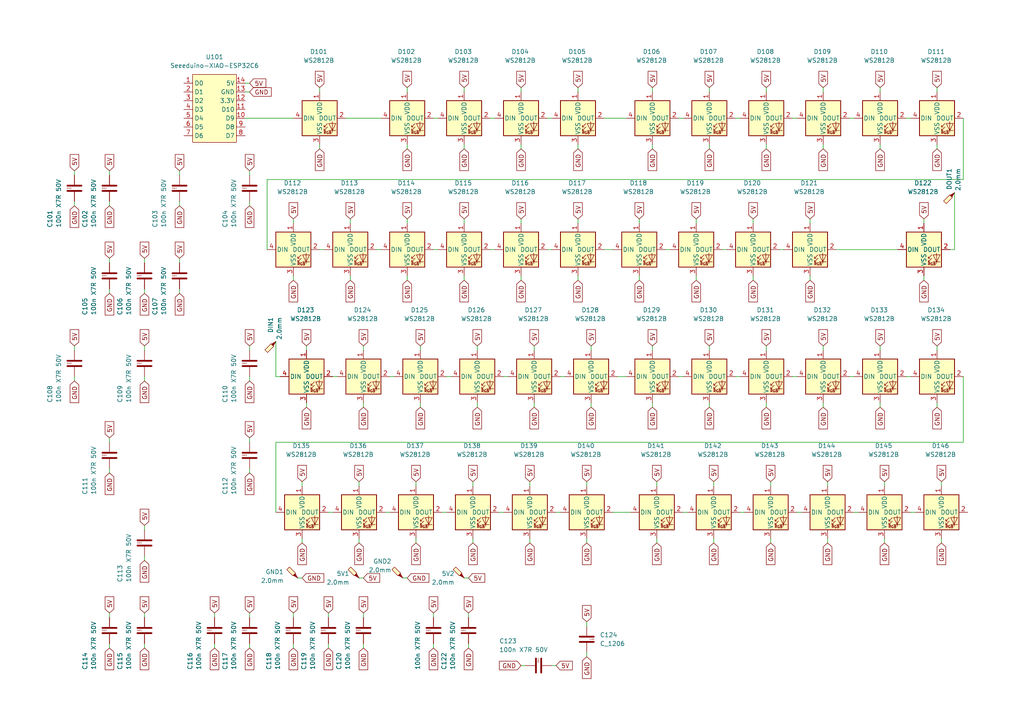
<source format=kicad_sch>
(kicad_sch (version 20231120) (generator "eeschema") (generator_version "8.0")
  (paper "A4")
  (lib_symbols
    (symbol "0_lpt_misc:TestPad_2.0mm" (pin_numbers hide) (pin_names (offset 0.762) hide) (in_bom no)
      (property "Reference" "TP" (at 1.651 5.842 0))
      (property "Value" "2.0mm" (at 1.651 4.064 0))
      (symbol "TestPad_2.0mm_1_1"
        (pin passive line (at 0 0 90) (length 0) (name "1") (number "1"))
      )
    )
    (symbol "0_lpt_module:Seeeduino-XIAO-ESP32-C6"
      (property "Reference" "U" (at 0 11.43 0))
      (property "Value" "Seeeduino-XIAO-ESP32C6" (at 0 -11.43 0))
      (symbol "Seeeduino-XIAO-ESP32-C6_1_1"
        (pin bidirectional line (at -8.89 7.62 0) (length 2.54) (name "D0") (number "1"))
        (pin bidirectional line (at 8.89 -2.54 180) (length 2.54) (name "D9") (number "10"))
        (pin bidirectional line (at 8.89 0 180) (length 2.54) (name "D10") (number "11"))
        (pin power_out line (at 8.89 2.54 180) (length 2.54) (name "3.3V") (number "12"))
        (pin power_in line (at 8.89 5.08 180) (length 2.54) (name "GND") (number "13"))
        (pin power_in line (at 8.89 7.62 180) (length 2.54) (name "5V") (number "14"))
        (pin bidirectional line (at -8.89 5.08 0) (length 2.54) (name "D1") (number "2"))
        (pin bidirectional line (at -8.89 2.54 0) (length 2.54) (name "D2") (number "3"))
        (pin bidirectional line (at -8.89 0 0) (length 2.54) (name "D3") (number "4"))
        (pin bidirectional line (at -8.89 -2.54 0) (length 2.54) (name "D4") (number "5"))
        (pin bidirectional line (at -8.89 -5.08 0) (length 2.54) (name "D5") (number "6"))
        (pin bidirectional line (at -8.89 -7.62 0) (length 2.54) (name "D6") (number "7"))
        (pin bidirectional line (at 8.89 -7.62 180) (length 2.54) (name "D7") (number "8"))
        (pin bidirectional line (at 8.89 -5.08 180) (length 2.54) (name "D8") (number "9"))
      )
    )
    (symbol "0_lpt_rcl:C_0603_100n_X7R_50V" (pin_numbers hide) (pin_names (offset 0.254))
      (property "Reference" "C" (at 0.635 2.54 0))
      (property "Value" "100n X7R 50V" (at 0.635 -2.54 0))
      (symbol "C_0603_100n_X7R_50V_1_1"
        (text "0603" (at 1.4732 0 0) (effects (font (size 0.4 0.4))))
        (pin passive line (at 0 3.81 270) (length 2.794) (name "~") (number "1"))
        (pin passive line (at 0 -3.81 90) (length 2.794) (name "~") (number "2"))
      )
    )
    (symbol "0_lpt_rcl:C_1206" (pin_numbers hide) (pin_names (offset 0.254))
      (property "Reference" "C" (at 0.635 2.54 0))
      (property "Value" "C_1206" (at 0.635 -2.54 0))
      (symbol "C_1206_1_1"
        (text "1206" (at 1.4732 0 0) (effects (font (size 0.4 0.4))))
        (pin passive line (at 0 3.81 270) (length 2.794) (name "~") (number "1"))
        (pin passive line (at 0 -3.81 90) (length 2.794) (name "~") (number "2"))
      )
    )
    (symbol "LED:WS2812B" (pin_names (offset 0.254))
      (property "Reference" "D" (at 5.08 5.715 0))
      (property "Value" "WS2812B" (at 1.27 -5.715 0))
      (symbol "WS2812B_0_0"
        (text "RGB" (at 2.286 -4.191 0) (effects (font (size 0.762 0.762))))
      )
      (symbol "WS2812B_1_1"
        (pin power_in line (at 0 7.62 270) (length 2.54) (name "VDD") (number "1"))
        (pin output line (at 7.62 0 180) (length 2.54) (name "DOUT") (number "2"))
        (pin power_in line (at 0 -7.62 90) (length 2.54) (name "VSS") (number "3"))
        (pin input line (at -7.62 0 0) (length 2.54) (name "DIN") (number "4"))
      )
    )
  )
  (wire (pts (xy 154.94 100.33) (xy 154.94 101.6)))
  (wire (pts (xy 72.39 58.42) (xy 72.39 59.69)))
  (wire (pts (xy 170.18 156.21) (xy 170.18 157.48)))
  (wire (pts (xy 129.54 148.59) (xy 128.27 148.59)))
  (wire (pts (xy 279.4 34.29) (xy 279.4 52.07)))
  (wire (pts (xy 170.18 189.23) (xy 170.18 190.5)))
  (wire (pts (xy 80.01 128.27) (xy 80.01 148.59)))
  (wire (pts (xy 95.25 177.8) (xy 95.25 179.07)))
  (wire (pts (xy 21.59 49.53) (xy 21.59 50.8)))
  (wire (pts (xy 240.03 139.7) (xy 240.03 140.97)))
  (wire (pts (xy 85.09 80.01) (xy 85.09 81.28)))
  (wire (pts (xy 134.62 41.91) (xy 134.62 43.18)))
  (wire (pts (xy 138.43 100.33) (xy 138.43 101.6)))
  (wire (pts (xy 248.92 148.59) (xy 247.65 148.59)))
  (wire (pts (xy 158.75 72.39) (xy 160.02 72.39)))
  (wire (pts (xy 80.01 109.22) (xy 81.28 109.22)))
  (wire (pts (xy 151.13 25.4) (xy 151.13 26.67)))
  (wire (pts (xy 85.09 177.8) (xy 85.09 179.07)))
  (wire (pts (xy 170.18 139.7) (xy 170.18 140.97)))
  (wire (pts (xy 72.39 100.33) (xy 72.39 101.6)))
  (wire (pts (xy 265.43 148.59) (xy 264.16 148.59)))
  (wire (pts (xy 151.13 63.5) (xy 151.13 64.77)))
  (wire (pts (xy 87.63 139.7) (xy 87.63 140.97)))
  (wire (pts (xy 52.07 58.42) (xy 52.07 59.69)))
  (wire (pts (xy 125.73 186.69) (xy 125.73 187.96)))
  (wire (pts (xy 118.11 80.01) (xy 118.11 81.28)))
  (wire (pts (xy 118.11 25.4) (xy 118.11 26.67)))
  (wire (pts (xy 205.74 100.33) (xy 205.74 101.6)))
  (wire (pts (xy 255.27 41.91) (xy 255.27 43.18)))
  (wire (pts (xy 222.25 100.33) (xy 222.25 101.6)))
  (wire (pts (xy 201.93 63.5) (xy 201.93 64.77)))
  (wire (pts (xy 207.01 156.21) (xy 207.01 157.48)))
  (wire (pts (xy 113.03 109.22) (xy 114.3 109.22)))
  (wire (pts (xy 62.23 177.8) (xy 62.23 179.07)))
  (wire (pts (xy 31.75 127) (xy 31.75 128.27)))
  (wire (pts (xy 125.73 72.39) (xy 127 72.39)))
  (wire (pts (xy 209.55 72.39) (xy 210.82 72.39)))
  (wire (pts (xy 142.24 34.29) (xy 143.51 34.29)))
  (wire (pts (xy 152.4 193.04) (xy 151.13 193.04)))
  (wire (pts (xy 189.23 116.84) (xy 189.23 118.11)))
  (wire (pts (xy 190.5 139.7) (xy 190.5 140.97)))
  (wire (pts (xy 142.24 72.39) (xy 143.51 72.39)))
  (wire (pts (xy 31.75 135.89) (xy 31.75 137.16)))
  (wire (pts (xy 218.44 63.5) (xy 218.44 64.77)))
  (wire (pts (xy 31.75 74.93) (xy 31.75 76.2)))
  (wire (pts (xy 92.71 72.39) (xy 93.98 72.39)))
  (wire (pts (xy 151.13 41.91) (xy 151.13 43.18)))
  (wire (pts (xy 137.16 139.7) (xy 137.16 140.97)))
  (wire (pts (xy 52.07 83.82) (xy 52.07 85.09)))
  (wire (pts (xy 104.14 167.64) (xy 105.41 167.64)))
  (wire (pts (xy 134.62 80.01) (xy 134.62 81.28)))
  (wire (pts (xy 80.01 99.06) (xy 80.01 109.22)))
  (wire (pts (xy 31.75 58.42) (xy 31.75 59.69)))
  (wire (pts (xy 135.89 177.8) (xy 135.89 179.07)))
  (wire (pts (xy 72.39 127) (xy 72.39 128.27)))
  (wire (pts (xy 199.39 148.59) (xy 198.12 148.59)))
  (wire (pts (xy 246.38 34.29) (xy 247.65 34.29)))
  (wire (pts (xy 273.05 156.21) (xy 273.05 157.48)))
  (wire (pts (xy 207.01 139.7) (xy 207.01 140.97)))
  (wire (pts (xy 246.38 109.22) (xy 247.65 109.22)))
  (wire (pts (xy 116.84 167.64) (xy 118.11 167.64)))
  (wire (pts (xy 134.62 25.4) (xy 134.62 26.67)))
  (wire (pts (xy 273.05 139.7) (xy 273.05 140.97)))
  (wire (pts (xy 229.87 34.29) (xy 231.14 34.29)))
  (wire (pts (xy 134.62 167.64) (xy 135.89 167.64)))
  (wire (pts (xy 226.06 72.39) (xy 227.33 72.39)))
  (wire (pts (xy 31.75 177.8) (xy 31.75 179.07)))
  (wire (pts (xy 196.85 109.22) (xy 198.12 109.22)))
  (wire (pts (xy 276.86 72.39) (xy 275.59 72.39)))
  (wire (pts (xy 138.43 116.84) (xy 138.43 118.11)))
  (wire (pts (xy 104.14 156.21) (xy 104.14 157.48)))
  (wire (pts (xy 271.78 100.33) (xy 271.78 101.6)))
  (wire (pts (xy 222.25 25.4) (xy 222.25 26.67)))
  (wire (pts (xy 260.35 72.39) (xy 242.57 72.39)))
  (wire (pts (xy 167.64 80.01) (xy 167.64 81.28)))
  (wire (pts (xy 85.09 186.69) (xy 85.09 187.96)))
  (wire (pts (xy 238.76 25.4) (xy 238.76 26.67)))
  (wire (pts (xy 167.64 63.5) (xy 167.64 64.77)))
  (wire (pts (xy 205.74 41.91) (xy 205.74 43.18)))
  (wire (pts (xy 95.25 186.69) (xy 95.25 187.96)))
  (wire (pts (xy 125.73 34.29) (xy 127 34.29)))
  (wire (pts (xy 88.9 100.33) (xy 88.9 101.6)))
  (wire (pts (xy 171.45 100.33) (xy 171.45 101.6)))
  (wire (pts (xy 193.04 72.39) (xy 194.31 72.39)))
  (wire (pts (xy 223.52 156.21) (xy 223.52 157.48)))
  (wire (pts (xy 185.42 80.01) (xy 185.42 81.28)))
  (wire (pts (xy 154.94 116.84) (xy 154.94 118.11)))
  (wire (pts (xy 205.74 25.4) (xy 205.74 26.67)))
  (wire (pts (xy 189.23 100.33) (xy 189.23 101.6)))
  (wire (pts (xy 279.4 52.07) (xy 77.47 52.07)))
  (wire (pts (xy 92.71 41.91) (xy 92.71 43.18)))
  (wire (pts (xy 167.64 25.4) (xy 167.64 26.67)))
  (wire (pts (xy 255.27 100.33) (xy 255.27 101.6)))
  (wire (pts (xy 105.41 177.8) (xy 105.41 179.07)))
  (wire (pts (xy 267.97 63.5) (xy 267.97 64.77)))
  (wire (pts (xy 238.76 116.84) (xy 238.76 118.11)))
  (wire (pts (xy 96.52 109.22) (xy 97.79 109.22)))
  (wire (pts (xy 153.67 139.7) (xy 153.67 140.97)))
  (wire (pts (xy 179.07 109.22) (xy 181.61 109.22)))
  (wire (pts (xy 262.89 34.29) (xy 264.16 34.29)))
  (wire (pts (xy 205.74 116.84) (xy 205.74 118.11)))
  (wire (pts (xy 118.11 41.91) (xy 118.11 43.18)))
  (wire (pts (xy 71.12 34.29) (xy 85.09 34.29)))
  (wire (pts (xy 41.91 109.22) (xy 41.91 110.49)))
  (wire (pts (xy 31.75 49.53) (xy 31.75 50.8)))
  (wire (pts (xy 21.59 100.33) (xy 21.59 101.6)))
  (wire (pts (xy 185.42 63.5) (xy 185.42 64.77)))
  (wire (pts (xy 92.71 25.4) (xy 92.71 26.67)))
  (wire (pts (xy 151.13 80.01) (xy 151.13 81.28)))
  (wire (pts (xy 201.93 80.01) (xy 201.93 81.28)))
  (wire (pts (xy 72.39 186.69) (xy 72.39 187.96)))
  (wire (pts (xy 146.05 148.59) (xy 144.78 148.59)))
  (wire (pts (xy 21.59 58.42) (xy 21.59 59.69)))
  (wire (pts (xy 256.54 139.7) (xy 256.54 140.97)))
  (wire (pts (xy 189.23 25.4) (xy 189.23 26.67)))
  (wire (pts (xy 262.89 109.22) (xy 264.16 109.22)))
  (wire (pts (xy 52.07 74.93) (xy 52.07 76.2)))
  (wire (pts (xy 234.95 80.01) (xy 234.95 81.28)))
  (wire (pts (xy 105.41 116.84) (xy 105.41 118.11)))
  (wire (pts (xy 96.52 148.59) (xy 95.25 148.59)))
  (wire (pts (xy 21.59 109.22) (xy 21.59 110.49)))
  (wire (pts (xy 182.88 148.59) (xy 177.8 148.59)))
  (wire (pts (xy 105.41 100.33) (xy 105.41 101.6)))
  (wire (pts (xy 213.36 34.29) (xy 214.63 34.29)))
  (wire (pts (xy 238.76 41.91) (xy 238.76 43.18)))
  (wire (pts (xy 135.89 186.69) (xy 135.89 187.96)))
  (wire (pts (xy 177.8 72.39) (xy 175.26 72.39)))
  (wire (pts (xy 234.95 63.5) (xy 234.95 64.77)))
  (wire (pts (xy 190.5 156.21) (xy 190.5 157.48)))
  (wire (pts (xy 137.16 156.21) (xy 137.16 157.48)))
  (wire (pts (xy 120.65 156.21) (xy 120.65 157.48)))
  (wire (pts (xy 101.6 63.5) (xy 101.6 64.77)))
  (wire (pts (xy 100.33 34.29) (xy 110.49 34.29)))
  (wire (pts (xy 222.25 41.91) (xy 222.25 43.18)))
  (wire (pts (xy 161.29 193.04) (xy 160.02 193.04)))
  (wire (pts (xy 41.91 100.33) (xy 41.91 101.6)))
  (wire (pts (xy 105.41 186.69) (xy 105.41 187.96)))
  (wire (pts (xy 146.05 109.22) (xy 147.32 109.22)))
  (wire (pts (xy 41.91 186.69) (xy 41.91 187.96)))
  (wire (pts (xy 86.36 167.64) (xy 87.63 167.64)))
  (wire (pts (xy 104.14 139.7) (xy 104.14 140.97)))
  (wire (pts (xy 171.45 116.84) (xy 171.45 118.11)))
  (wire (pts (xy 31.75 83.82) (xy 31.75 85.09)))
  (wire (pts (xy 121.92 100.33) (xy 121.92 101.6)))
  (wire (pts (xy 72.39 177.8) (xy 72.39 179.07)))
  (wire (pts (xy 85.09 63.5) (xy 85.09 64.77)))
  (wire (pts (xy 256.54 156.21) (xy 256.54 157.48)))
  (wire (pts (xy 88.9 116.84) (xy 88.9 118.11)))
  (wire (pts (xy 255.27 116.84) (xy 255.27 118.11)))
  (wire (pts (xy 134.62 63.5) (xy 134.62 64.77)))
  (wire (pts (xy 71.12 26.67) (xy 72.39 26.67)))
  (wire (pts (xy 215.9 148.59) (xy 214.63 148.59)))
  (wire (pts (xy 72.39 49.53) (xy 72.39 50.8)))
  (wire (pts (xy 162.56 109.22) (xy 163.83 109.22)))
  (wire (pts (xy 52.07 49.53) (xy 52.07 50.8)))
  (wire (pts (xy 62.23 186.69) (xy 62.23 187.96)))
  (wire (pts (xy 170.18 180.34) (xy 170.18 181.61)))
  (wire (pts (xy 77.47 52.07) (xy 77.47 72.39)))
  (wire (pts (xy 125.73 177.8) (xy 125.73 179.07)))
  (wire (pts (xy 238.76 100.33) (xy 238.76 101.6)))
  (wire (pts (xy 41.91 74.93) (xy 41.91 76.2)))
  (wire (pts (xy 41.91 177.8) (xy 41.91 179.07)))
  (wire (pts (xy 71.12 24.13) (xy 72.39 24.13)))
  (wire (pts (xy 72.39 135.89) (xy 72.39 137.16)))
  (wire (pts (xy 109.22 72.39) (xy 110.49 72.39)))
  (wire (pts (xy 129.54 109.22) (xy 130.81 109.22)))
  (wire (pts (xy 31.75 186.69) (xy 31.75 187.96)))
  (wire (pts (xy 41.91 83.82) (xy 41.91 85.09)))
  (wire (pts (xy 167.64 41.91) (xy 167.64 43.18)))
  (wire (pts (xy 271.78 116.84) (xy 271.78 118.11)))
  (wire (pts (xy 41.91 152.4) (xy 41.91 153.67)))
  (wire (pts (xy 158.75 34.29) (xy 160.02 34.29)))
  (wire (pts (xy 279.4 128.27) (xy 80.01 128.27)))
  (wire (pts (xy 41.91 161.29) (xy 41.91 162.56)))
  (wire (pts (xy 267.97 80.01) (xy 267.97 81.28)))
  (wire (pts (xy 276.86 72.39) (xy 276.86 55.88)))
  (wire (pts (xy 229.87 109.22) (xy 231.14 109.22)))
  (wire (pts (xy 222.25 116.84) (xy 222.25 118.11)))
  (wire (pts (xy 218.44 80.01) (xy 218.44 81.28)))
  (wire (pts (xy 175.26 34.29) (xy 181.61 34.29)))
  (wire (pts (xy 87.63 156.21) (xy 87.63 157.48)))
  (wire (pts (xy 279.4 109.22) (xy 279.4 128.27)))
  (wire (pts (xy 113.03 148.59) (xy 111.76 148.59)))
  (wire (pts (xy 162.56 148.59) (xy 161.29 148.59)))
  (wire (pts (xy 196.85 34.29) (xy 198.12 34.29)))
  (wire (pts (xy 101.6 80.01) (xy 101.6 81.28)))
  (wire (pts (xy 223.52 139.7) (xy 223.52 140.97)))
  (wire (pts (xy 255.27 25.4) (xy 255.27 26.67)))
  (wire (pts (xy 118.11 63.5) (xy 118.11 64.77)))
  (wire (pts (xy 232.41 148.59) (xy 231.14 148.59)))
  (wire (pts (xy 213.36 109.22) (xy 214.63 109.22)))
  (wire (pts (xy 271.78 25.4) (xy 271.78 26.67)))
  (wire (pts (xy 240.03 156.21) (xy 240.03 157.48)))
  (wire (pts (xy 271.78 41.91) (xy 271.78 43.18)))
  (wire (pts (xy 189.23 41.91) (xy 189.23 43.18)))
  (wire (pts (xy 153.67 156.21) (xy 153.67 157.48)))
  (wire (pts (xy 121.92 116.84) (xy 121.92 118.11)))
  (wire (pts (xy 120.65 139.7) (xy 120.65 140.97)))
  (wire (pts (xy 72.39 109.22) (xy 72.39 110.49)))
  (global_label "GND" (shape input) (at 104.14 157.48 270) (property "Intersheetrefs" "${INTERSHEET_REFS}" (effects (hide yes))))
  (global_label "GND" (shape input) (at 205.74 118.11 270) (property "Intersheetrefs" "${INTERSHEET_REFS}" (effects (hide yes))))
  (global_label "GND" (shape input) (at 41.91 110.49 270) (property "Intersheetrefs" "${INTERSHEET_REFS}" (effects (hide yes))))
  (global_label "GND" (shape input) (at 238.76 43.18 270) (property "Intersheetrefs" "${INTERSHEET_REFS}" (effects (hide yes))))
  (global_label "5V" (shape input) (at 205.74 25.4 90) (property "Intersheetrefs" "${INTERSHEET_REFS}" (effects (hide yes))))
  (global_label "GND" (shape input) (at 190.5 157.48 270) (property "Intersheetrefs" "${INTERSHEET_REFS}" (effects (hide yes))))
  (global_label "5V" (shape input) (at 121.92 100.33 90) (property "Intersheetrefs" "${INTERSHEET_REFS}" (effects (hide yes))))
  (global_label "5V" (shape input) (at 205.74 100.33 90) (property "Intersheetrefs" "${INTERSHEET_REFS}" (effects (hide yes))))
  (global_label "GND" (shape input) (at 256.54 157.48 270) (property "Intersheetrefs" "${INTERSHEET_REFS}" (effects (hide yes))))
  (global_label "GND" (shape input) (at 52.07 85.09 270) (property "Intersheetrefs" "${INTERSHEET_REFS}" (effects (hide yes))))
  (global_label "5V" (shape input) (at 256.54 139.7 90) (property "Intersheetrefs" "${INTERSHEET_REFS}" (effects (hide yes))))
  (global_label "5V" (shape input) (at 101.6 63.5 90) (property "Intersheetrefs" "${INTERSHEET_REFS}" (effects (hide yes))))
  (global_label "GND" (shape input) (at 31.75 59.69 270) (property "Intersheetrefs" "${INTERSHEET_REFS}" (effects (hide yes))))
  (global_label "5V" (shape input) (at 223.52 139.7 90) (property "Intersheetrefs" "${INTERSHEET_REFS}" (effects (hide yes))))
  (global_label "GND" (shape input) (at 170.18 157.48 270) (property "Intersheetrefs" "${INTERSHEET_REFS}" (effects (hide yes))))
  (global_label "5V" (shape input) (at 170.18 139.7 90) (property "Intersheetrefs" "${INTERSHEET_REFS}" (effects (hide yes))))
  (global_label "5V" (shape input) (at 41.91 177.8 90) (property "Intersheetrefs" "${INTERSHEET_REFS}" (effects (hide yes))))
  (global_label "5V" (shape input) (at 105.41 167.64 0) (property "Intersheetrefs" "${INTERSHEET_REFS}" (effects (hide yes))))
  (global_label "GND" (shape input) (at 189.23 43.18 270) (property "Intersheetrefs" "${INTERSHEET_REFS}" (effects (hide yes))))
  (global_label "GND" (shape input) (at 88.9 118.11 270) (property "Intersheetrefs" "${INTERSHEET_REFS}" (effects (hide yes))))
  (global_label "GND" (shape input) (at 218.44 81.28 270) (property "Intersheetrefs" "${INTERSHEET_REFS}" (effects (hide yes))))
  (global_label "5V" (shape input) (at 125.73 177.8 90) (property "Intersheetrefs" "${INTERSHEET_REFS}" (effects (hide yes))))
  (global_label "5V" (shape input) (at 134.62 63.5 90) (property "Intersheetrefs" "${INTERSHEET_REFS}" (effects (hide yes))))
  (global_label "5V" (shape input) (at 255.27 25.4 90) (property "Intersheetrefs" "${INTERSHEET_REFS}" (effects (hide yes))))
  (global_label "5V" (shape input) (at 137.16 139.7 90) (property "Intersheetrefs" "${INTERSHEET_REFS}" (effects (hide yes))))
  (global_label "GND" (shape input) (at 125.73 187.96 270) (property "Intersheetrefs" "${INTERSHEET_REFS}" (effects (hide yes))))
  (global_label "GND" (shape input) (at 238.76 118.11 270) (property "Intersheetrefs" "${INTERSHEET_REFS}" (effects (hide yes))))
  (global_label "5V" (shape input) (at 72.39 24.13 0) (property "Intersheetrefs" "${INTERSHEET_REFS}" (effects (hide yes))))
  (global_label "5V" (shape input) (at 189.23 100.33 90) (property "Intersheetrefs" "${INTERSHEET_REFS}" (effects (hide yes))))
  (global_label "GND" (shape input) (at 72.39 59.69 270) (property "Intersheetrefs" "${INTERSHEET_REFS}" (effects (hide yes))))
  (global_label "5V" (shape input) (at 138.43 100.33 90) (property "Intersheetrefs" "${INTERSHEET_REFS}" (effects (hide yes))))
  (global_label "5V" (shape input) (at 85.09 63.5 90) (property "Intersheetrefs" "${INTERSHEET_REFS}" (effects (hide yes))))
  (global_label "GND" (shape input) (at 41.91 162.56 270) (property "Intersheetrefs" "${INTERSHEET_REFS}" (effects (hide yes))))
  (global_label "GND" (shape input) (at 72.39 110.49 270) (property "Intersheetrefs" "${INTERSHEET_REFS}" (effects (hide yes))))
  (global_label "5V" (shape input) (at 167.64 25.4 90) (property "Intersheetrefs" "${INTERSHEET_REFS}" (effects (hide yes))))
  (global_label "GND" (shape input) (at 137.16 157.48 270) (property "Intersheetrefs" "${INTERSHEET_REFS}" (effects (hide yes))))
  (global_label "5V" (shape input) (at 72.39 127 90) (property "Intersheetrefs" "${INTERSHEET_REFS}" (effects (hide yes))))
  (global_label "GND" (shape input) (at 170.18 190.5 270) (property "Intersheetrefs" "${INTERSHEET_REFS}" (effects (hide yes))))
  (global_label "5V" (shape input) (at 170.18 180.34 90) (property "Intersheetrefs" "${INTERSHEET_REFS}" (effects (hide yes))))
  (global_label "GND" (shape input) (at 273.05 157.48 270) (property "Intersheetrefs" "${INTERSHEET_REFS}" (effects (hide yes))))
  (global_label "5V" (shape input) (at 238.76 100.33 90) (property "Intersheetrefs" "${INTERSHEET_REFS}" (effects (hide yes))))
  (global_label "GND" (shape input) (at 72.39 137.16 270) (property "Intersheetrefs" "${INTERSHEET_REFS}" (effects (hide yes))))
  (global_label "GND" (shape input) (at 222.25 43.18 270) (property "Intersheetrefs" "${INTERSHEET_REFS}" (effects (hide yes))))
  (global_label "5V" (shape input) (at 134.62 25.4 90) (property "Intersheetrefs" "${INTERSHEET_REFS}" (effects (hide yes))))
  (global_label "5V" (shape input) (at 41.91 100.33 90) (property "Intersheetrefs" "${INTERSHEET_REFS}" (effects (hide yes))))
  (global_label "5V" (shape input) (at 234.95 63.5 90) (property "Intersheetrefs" "${INTERSHEET_REFS}" (effects (hide yes))))
  (global_label "GND" (shape input) (at 134.62 43.18 270) (property "Intersheetrefs" "${INTERSHEET_REFS}" (effects (hide yes))))
  (global_label "5V" (shape input) (at 255.27 100.33 90) (property "Intersheetrefs" "${INTERSHEET_REFS}" (effects (hide yes))))
  (global_label "GND" (shape input) (at 138.43 118.11 270) (property "Intersheetrefs" "${INTERSHEET_REFS}" (effects (hide yes))))
  (global_label "5V" (shape input) (at 31.75 49.53 90) (property "Intersheetrefs" "${INTERSHEET_REFS}" (effects (hide yes))))
  (global_label "5V" (shape input) (at 151.13 25.4 90) (property "Intersheetrefs" "${INTERSHEET_REFS}" (effects (hide yes))))
  (global_label "5V" (shape input) (at 72.39 177.8 90) (property "Intersheetrefs" "${INTERSHEET_REFS}" (effects (hide yes))))
  (global_label "5V" (shape input) (at 218.44 63.5 90) (property "Intersheetrefs" "${INTERSHEET_REFS}" (effects (hide yes))))
  (global_label "GND" (shape input) (at 41.91 187.96 270) (property "Intersheetrefs" "${INTERSHEET_REFS}" (effects (hide yes))))
  (global_label "5V" (shape input) (at 105.41 100.33 90) (property "Intersheetrefs" "${INTERSHEET_REFS}" (effects (hide yes))))
  (global_label "5V" (shape input) (at 271.78 25.4 90) (property "Intersheetrefs" "${INTERSHEET_REFS}" (effects (hide yes))))
  (global_label "GND" (shape input) (at 85.09 81.28 270) (property "Intersheetrefs" "${INTERSHEET_REFS}" (effects (hide yes))))
  (global_label "GND" (shape input) (at 120.65 157.48 270) (property "Intersheetrefs" "${INTERSHEET_REFS}" (effects (hide yes))))
  (global_label "5V" (shape input) (at 153.67 139.7 90) (property "Intersheetrefs" "${INTERSHEET_REFS}" (effects (hide yes))))
  (global_label "5V" (shape input) (at 52.07 49.53 90) (property "Intersheetrefs" "${INTERSHEET_REFS}" (effects (hide yes))))
  (global_label "5V" (shape input) (at 201.93 63.5 90) (property "Intersheetrefs" "${INTERSHEET_REFS}" (effects (hide yes))))
  (global_label "GND" (shape input) (at 167.64 43.18 270) (property "Intersheetrefs" "${INTERSHEET_REFS}" (effects (hide yes))))
  (global_label "GND" (shape input) (at 41.91 85.09 270) (property "Intersheetrefs" "${INTERSHEET_REFS}" (effects (hide yes))))
  (global_label "GND" (shape input) (at 255.27 43.18 270) (property "Intersheetrefs" "${INTERSHEET_REFS}" (effects (hide yes))))
  (global_label "5V" (shape input) (at 190.5 139.7 90) (property "Intersheetrefs" "${INTERSHEET_REFS}" (effects (hide yes))))
  (global_label "5V" (shape input) (at 154.94 100.33 90) (property "Intersheetrefs" "${INTERSHEET_REFS}" (effects (hide yes))))
  (global_label "5V" (shape input) (at 92.71 25.4 90) (property "Intersheetrefs" "${INTERSHEET_REFS}" (effects (hide yes))))
  (global_label "5V" (shape input) (at 118.11 25.4 90) (property "Intersheetrefs" "${INTERSHEET_REFS}" (effects (hide yes))))
  (global_label "5V" (shape input) (at 135.89 177.8 90) (property "Intersheetrefs" "${INTERSHEET_REFS}" (effects (hide yes))))
  (global_label "GND" (shape input) (at 185.42 81.28 270) (property "Intersheetrefs" "${INTERSHEET_REFS}" (effects (hide yes))))
  (global_label "5V" (shape input) (at 118.11 63.5 90) (property "Intersheetrefs" "${INTERSHEET_REFS}" (effects (hide yes))))
  (global_label "GND" (shape input) (at 240.03 157.48 270) (property "Intersheetrefs" "${INTERSHEET_REFS}" (effects (hide yes))))
  (global_label "5V" (shape input) (at 85.09 177.8 90) (property "Intersheetrefs" "${INTERSHEET_REFS}" (effects (hide yes))))
  (global_label "5V" (shape input) (at 21.59 49.53 90) (property "Intersheetrefs" "${INTERSHEET_REFS}" (effects (hide yes))))
  (global_label "GND" (shape input) (at 205.74 43.18 270) (property "Intersheetrefs" "${INTERSHEET_REFS}" (effects (hide yes))))
  (global_label "GND" (shape input) (at 62.23 187.96 270) (property "Intersheetrefs" "${INTERSHEET_REFS}" (effects (hide yes))))
  (global_label "5V" (shape input) (at 72.39 100.33 90) (property "Intersheetrefs" "${INTERSHEET_REFS}" (effects (hide yes))))
  (global_label "5V" (shape input) (at 240.03 139.7 90) (property "Intersheetrefs" "${INTERSHEET_REFS}" (effects (hide yes))))
  (global_label "GND" (shape input) (at 151.13 43.18 270) (property "Intersheetrefs" "${INTERSHEET_REFS}" (effects (hide yes))))
  (global_label "GND" (shape input) (at 101.6 81.28 270) (property "Intersheetrefs" "${INTERSHEET_REFS}" (effects (hide yes))))
  (global_label "GND" (shape input) (at 223.52 157.48 270) (property "Intersheetrefs" "${INTERSHEET_REFS}" (effects (hide yes))))
  (global_label "5V" (shape input) (at 31.75 74.93 90) (property "Intersheetrefs" "${INTERSHEET_REFS}" (effects (hide yes))))
  (global_label "GND" (shape input) (at 87.63 167.64 0) (property "Intersheetrefs" "${INTERSHEET_REFS}" (effects (hide yes))))
  (global_label "5V" (shape input) (at 171.45 100.33 90) (property "Intersheetrefs" "${INTERSHEET_REFS}" (effects (hide yes))))
  (global_label "5V" (shape input) (at 31.75 127 90) (property "Intersheetrefs" "${INTERSHEET_REFS}" (effects (hide yes))))
  (global_label "GND" (shape input) (at 167.64 81.28 270) (property "Intersheetrefs" "${INTERSHEET_REFS}" (effects (hide yes))))
  (global_label "5V" (shape input) (at 238.76 25.4 90) (property "Intersheetrefs" "${INTERSHEET_REFS}" (effects (hide yes))))
  (global_label "GND" (shape input) (at 154.94 118.11 270) (property "Intersheetrefs" "${INTERSHEET_REFS}" (effects (hide yes))))
  (global_label "5V" (shape input) (at 52.07 74.93 90) (property "Intersheetrefs" "${INTERSHEET_REFS}" (effects (hide yes))))
  (global_label "GND" (shape input) (at 153.67 157.48 270) (property "Intersheetrefs" "${INTERSHEET_REFS}" (effects (hide yes))))
  (global_label "5V" (shape input) (at 222.25 100.33 90) (property "Intersheetrefs" "${INTERSHEET_REFS}" (effects (hide yes))))
  (global_label "5V" (shape input) (at 185.42 63.5 90) (property "Intersheetrefs" "${INTERSHEET_REFS}" (effects (hide yes))))
  (global_label "5V" (shape input) (at 21.59 100.33 90) (property "Intersheetrefs" "${INTERSHEET_REFS}" (effects (hide yes))))
  (global_label "GND" (shape input) (at 95.25 187.96 270) (property "Intersheetrefs" "${INTERSHEET_REFS}" (effects (hide yes))))
  (global_label "5V" (shape input) (at 161.29 193.04 0) (property "Intersheetrefs" "${INTERSHEET_REFS}" (effects (hide yes))))
  (global_label "5V" (shape input) (at 207.01 139.7 90) (property "Intersheetrefs" "${INTERSHEET_REFS}" (effects (hide yes))))
  (global_label "GND" (shape input) (at 31.75 85.09 270) (property "Intersheetrefs" "${INTERSHEET_REFS}" (effects (hide yes))))
  (global_label "5V" (shape input) (at 41.91 152.4 90) (property "Intersheetrefs" "${INTERSHEET_REFS}" (effects (hide yes))))
  (global_label "GND" (shape input) (at 267.97 81.28 270) (property "Intersheetrefs" "${INTERSHEET_REFS}" (effects (hide yes))))
  (global_label "5V" (shape input) (at 167.64 63.5 90) (property "Intersheetrefs" "${INTERSHEET_REFS}" (effects (hide yes))))
  (global_label "5V" (shape input) (at 105.41 177.8 90) (property "Intersheetrefs" "${INTERSHEET_REFS}" (effects (hide yes))))
  (global_label "GND" (shape input) (at 85.09 187.96 270) (property "Intersheetrefs" "${INTERSHEET_REFS}" (effects (hide yes))))
  (global_label "GND" (shape input) (at 105.41 187.96 270) (property "Intersheetrefs" "${INTERSHEET_REFS}" (effects (hide yes))))
  (global_label "GND" (shape input) (at 118.11 43.18 270) (property "Intersheetrefs" "${INTERSHEET_REFS}" (effects (hide yes))))
  (global_label "GND" (shape input) (at 222.25 118.11 270) (property "Intersheetrefs" "${INTERSHEET_REFS}" (effects (hide yes))))
  (global_label "GND" (shape input) (at 21.59 110.49 270) (property "Intersheetrefs" "${INTERSHEET_REFS}" (effects (hide yes))))
  (global_label "GND" (shape input) (at 118.11 81.28 270) (property "Intersheetrefs" "${INTERSHEET_REFS}" (effects (hide yes))))
  (global_label "GND" (shape input) (at 92.71 43.18 270) (property "Intersheetrefs" "${INTERSHEET_REFS}" (effects (hide yes))))
  (global_label "GND" (shape input) (at 134.62 81.28 270) (property "Intersheetrefs" "${INTERSHEET_REFS}" (effects (hide yes))))
  (global_label "5V" (shape input) (at 222.25 25.4 90) (property "Intersheetrefs" "${INTERSHEET_REFS}" (effects (hide yes))))
  (global_label "GND" (shape input) (at 121.92 118.11 270) (property "Intersheetrefs" "${INTERSHEET_REFS}" (effects (hide yes))))
  (global_label "GND" (shape input) (at 105.41 118.11 270) (property "Intersheetrefs" "${INTERSHEET_REFS}" (effects (hide yes))))
  (global_label "GND" (shape input) (at 271.78 43.18 270) (property "Intersheetrefs" "${INTERSHEET_REFS}" (effects (hide yes))))
  (global_label "5V" (shape input) (at 87.63 139.7 90) (property "Intersheetrefs" "${INTERSHEET_REFS}" (effects (hide yes))))
  (global_label "GND" (shape input) (at 31.75 187.96 270) (property "Intersheetrefs" "${INTERSHEET_REFS}" (effects (hide yes))))
  (global_label "GND" (shape input) (at 189.23 118.11 270) (property "Intersheetrefs" "${INTERSHEET_REFS}" (effects (hide yes))))
  (global_label "GND" (shape input) (at 31.75 137.16 270) (property "Intersheetrefs" "${INTERSHEET_REFS}" (effects (hide yes))))
  (global_label "5V" (shape input) (at 88.9 100.33 90) (property "Intersheetrefs" "${INTERSHEET_REFS}" (effects (hide yes))))
  (global_label "GND" (shape input) (at 234.95 81.28 270) (property "Intersheetrefs" "${INTERSHEET_REFS}" (effects (hide yes))))
  (global_label "GND" (shape input) (at 135.89 187.96 270) (property "Intersheetrefs" "${INTERSHEET_REFS}" (effects (hide yes))))
  (global_label "GND" (shape input) (at 151.13 193.04 180) (property "Intersheetrefs" "${INTERSHEET_REFS}" (effects (hide yes))))
  (global_label "5V" (shape input) (at 41.91 74.93 90) (property "Intersheetrefs" "${INTERSHEET_REFS}" (effects (hide yes))))
  (global_label "5V" (shape input) (at 62.23 177.8 90) (property "Intersheetrefs" "${INTERSHEET_REFS}" (effects (hide yes))))
  (global_label "GND" (shape input) (at 151.13 81.28 270) (property "Intersheetrefs" "${INTERSHEET_REFS}" (effects (hide yes))))
  (global_label "GND" (shape input) (at 255.27 118.11 270) (property "Intersheetrefs" "${INTERSHEET_REFS}" (effects (hide yes))))
  (global_label "GND" (shape input) (at 72.39 26.67 0) (property "Intersheetrefs" "${INTERSHEET_REFS}" (effects (hide yes))))
  (global_label "5V" (shape input) (at 189.23 25.4 90) (property "Intersheetrefs" "${INTERSHEET_REFS}" (effects (hide yes))))
  (global_label "5V" (shape input) (at 273.05 139.7 90) (property "Intersheetrefs" "${INTERSHEET_REFS}" (effects (hide yes))))
  (global_label "5V" (shape input) (at 95.25 177.8 90) (property "Intersheetrefs" "${INTERSHEET_REFS}" (effects (hide yes))))
  (global_label "GND" (shape input) (at 52.07 59.69 270) (property "Intersheetrefs" "${INTERSHEET_REFS}" (effects (hide yes))))
  (global_label "5V" (shape input) (at 267.97 63.5 90) (property "Intersheetrefs" "${INTERSHEET_REFS}" (effects (hide yes))))
  (global_label "GND" (shape input) (at 171.45 118.11 270) (property "Intersheetrefs" "${INTERSHEET_REFS}" (effects (hide yes))))
  (global_label "GND" (shape input) (at 87.63 157.48 270) (property "Intersheetrefs" "${INTERSHEET_REFS}" (effects (hide yes))))
  (global_label "5V" (shape input) (at 31.75 177.8 90) (property "Intersheetrefs" "${INTERSHEET_REFS}" (effects (hide yes))))
  (global_label "GND" (shape input) (at 271.78 118.11 270) (property "Intersheetrefs" "${INTERSHEET_REFS}" (effects (hide yes))))
  (global_label "5V" (shape input) (at 120.65 139.7 90) (property "Intersheetrefs" "${INTERSHEET_REFS}" (effects (hide yes))))
  (global_label "5V" (shape input) (at 135.89 167.64 0) (property "Intersheetrefs" "${INTERSHEET_REFS}" (effects (hide yes))))
  (global_label "GND" (shape input) (at 201.93 81.28 270) (property "Intersheetrefs" "${INTERSHEET_REFS}" (effects (hide yes))))
  (global_label "5V" (shape input) (at 104.14 139.7 90) (property "Intersheetrefs" "${INTERSHEET_REFS}" (effects (hide yes))))
  (global_label "5V" (shape input) (at 271.78 100.33 90) (property "Intersheetrefs" "${INTERSHEET_REFS}" (effects (hide yes))))
  (global_label "GND" (shape input) (at 207.01 157.48 270) (property "Intersheetrefs" "${INTERSHEET_REFS}" (effects (hide yes))))
  (global_label "5V" (shape input) (at 151.13 63.5 90) (property "Intersheetrefs" "${INTERSHEET_REFS}" (effects (hide yes))))
  (global_label "GND" (shape input) (at 118.11 167.64 0) (property "Intersheetrefs" "${INTERSHEET_REFS}" (effects (hide yes))))
  (global_label "GND" (shape input) (at 72.39 187.96 270) (property "Intersheetrefs" "${INTERSHEET_REFS}" (effects (hide yes))))
  (global_label "5V" (shape input) (at 72.39 49.53 90) (property "Intersheetrefs" "${INTERSHEET_REFS}" (effects (hide yes))))
  (global_label "GND" (shape input) (at 21.59 59.69 270) (property "Intersheetrefs" "${INTERSHEET_REFS}" (effects (hide yes))))
  (symbol (lib_id "LED:WS2812B") (at 151.13 72.39 0) (unit 1)
    (property "Reference" "D116" (at 150.876 53.086 0))
    (property "Value" "WS2812B" (at 150.876 55.626 0))
    (property "Footprint" "LED_SMD:LED_WS2812B_PLCC4_5.0x5.0mm_P3.2mm" (effects (hide yes)))
    (property "Datasheet" "https://cdn-shop.adafruit.com/datasheets/WS2812B.pdf" (effects (hide yes)))
    (property "Description" "RGB LED with integrated controller" (effects (hide yes)))
  )
  (symbol (lib_id "LED:WS2812B") (at 151.13 34.29 0) (unit 1)
    (property "Reference" "D104" (at 150.876 14.986 0))
    (property "Value" "WS2812B" (at 150.876 17.526 0))
    (property "Footprint" "LED_SMD:LED_WS2812B_PLCC4_5.0x5.0mm_P3.2mm" (effects (hide yes)))
    (property "Datasheet" "https://cdn-shop.adafruit.com/datasheets/WS2812B.pdf" (effects (hide yes)))
    (property "Description" "RGB LED with integrated controller" (effects (hide yes)))
  )
  (symbol (lib_id "0_lpt_misc:TestPad_2.0mm") (at 104.14 167.64 90) (unit 1) (in_bom no)
    (property "Reference" "5V1" (at 101.346 166.37 90) (effects (justify left)))
    (property "Value" "2.0mm" (at 101.346 168.91 90) (effects (justify left)))
    (property "Footprint" "0_lpt_misc:TestPad_2.0mm" (effects (hide yes)))
    (property "Description" "test point" (effects (hide yes)))
  )
  (symbol (lib_id "LED:WS2812B") (at 154.94 109.22 0) (unit 1)
    (property "Reference" "D127" (at 154.686 89.916 0))
    (property "Value" "WS2812B" (at 154.686 92.456 0))
    (property "Footprint" "LED_SMD:LED_WS2812B_PLCC4_5.0x5.0mm_P3.2mm" (effects (hide yes)))
    (property "Datasheet" "https://cdn-shop.adafruit.com/datasheets/WS2812B.pdf" (effects (hide yes)))
    (property "Description" "RGB LED with integrated controller" (effects (hide yes)))
  )
  (symbol (lib_id "LED:WS2812B") (at 255.27 34.29 0) (unit 1)
    (property "Reference" "D110" (at 255.016 14.986 0))
    (property "Value" "WS2812B" (at 255.016 17.526 0))
    (property "Footprint" "LED_SMD:LED_WS2812B_PLCC4_5.0x5.0mm_P3.2mm" (effects (hide yes)))
    (property "Datasheet" "https://cdn-shop.adafruit.com/datasheets/WS2812B.pdf" (effects (hide yes)))
    (property "Description" "RGB LED with integrated controller" (effects (hide yes)))
  )
  (symbol (lib_id "0_lpt_rcl:C_0603_100n_X7R_50V") (at 52.07 54.61 180) (unit 1)
    (property "Reference" "C103" (at 44.958 66.04 90) (effects (justify right)))
    (property "Value" "100n X7R 50V" (at 47.498 66.04 90) (effects (justify right)))
    (property "Footprint" "Resistor_SMD:R_0603_1608Metric" (effects (hide yes)))
    (property "Datasheet" "https://ing-partdb.th-rosenheim.de/de/part/24" (effects (hide yes)))
    (property "Description" "MLCC" (effects (hide yes)))
    (property "Farnell" "2310603" (effects (hide yes)))
    (property "ID" "015" (effects (hide yes)))
    (property "Verify" "y" (effects (hide yes)))
    (property "LCSC" "C14663" (effects (hide yes)))
    (property "Wuerth" "885012206095" (effects (hide yes)))
    (property "SilkValue" "100n" (effects (hide yes)))
  )
  (symbol (lib_id "LED:WS2812B") (at 167.64 34.29 0) (unit 1)
    (property "Reference" "D105" (at 167.386 14.986 0))
    (property "Value" "WS2812B" (at 167.386 17.526 0))
    (property "Footprint" "LED_SMD:LED_WS2812B_PLCC4_5.0x5.0mm_P3.2mm" (effects (hide yes)))
    (property "Datasheet" "https://cdn-shop.adafruit.com/datasheets/WS2812B.pdf" (effects (hide yes)))
    (property "Description" "RGB LED with integrated controller" (effects (hide yes)))
  )
  (symbol (lib_id "LED:WS2812B") (at 118.11 34.29 0) (unit 1)
    (property "Reference" "D102" (at 117.856 14.986 0))
    (property "Value" "WS2812B" (at 117.856 17.526 0))
    (property "Footprint" "LED_SMD:LED_WS2812B_PLCC4_5.0x5.0mm_P3.2mm" (effects (hide yes)))
    (property "Datasheet" "https://cdn-shop.adafruit.com/datasheets/WS2812B.pdf" (effects (hide yes)))
    (property "Description" "RGB LED with integrated controller" (effects (hide yes)))
  )
  (symbol (lib_id "LED:WS2812B") (at 104.14 148.59 0) (unit 1)
    (property "Reference" "D136" (at 103.886 129.286 0))
    (property "Value" "WS2812B" (at 103.886 131.826 0))
    (property "Footprint" "LED_SMD:LED_WS2812B_PLCC4_5.0x5.0mm_P3.2mm" (effects (hide yes)))
    (property "Datasheet" "https://cdn-shop.adafruit.com/datasheets/WS2812B.pdf" (effects (hide yes)))
    (property "Description" "RGB LED with integrated controller" (effects (hide yes)))
  )
  (symbol (lib_id "LED:WS2812B") (at 238.76 109.22 0) (unit 1)
    (property "Reference" "D132" (at 238.506 89.916 0))
    (property "Value" "WS2812B" (at 238.506 92.456 0))
    (property "Footprint" "LED_SMD:LED_WS2812B_PLCC4_5.0x5.0mm_P3.2mm" (effects (hide yes)))
    (property "Datasheet" "https://cdn-shop.adafruit.com/datasheets/WS2812B.pdf" (effects (hide yes)))
    (property "Description" "RGB LED with integrated controller" (effects (hide yes)))
  )
  (symbol (lib_id "LED:WS2812B") (at 170.18 148.59 0) (unit 1)
    (property "Reference" "D140" (at 169.926 129.286 0))
    (property "Value" "WS2812B" (at 169.926 131.826 0))
    (property "Footprint" "LED_SMD:LED_WS2812B_PLCC4_5.0x5.0mm_P3.2mm" (effects (hide yes)))
    (property "Datasheet" "https://cdn-shop.adafruit.com/datasheets/WS2812B.pdf" (effects (hide yes)))
    (property "Description" "RGB LED with integrated controller" (effects (hide yes)))
  )
  (symbol (lib_id "0_lpt_rcl:C_0603_100n_X7R_50V") (at 72.39 54.61 180) (unit 1)
    (property "Reference" "C104" (at 65.278 66.04 90) (effects (justify right)))
    (property "Value" "100n X7R 50V" (at 67.818 66.04 90) (effects (justify right)))
    (property "Footprint" "Resistor_SMD:R_0603_1608Metric" (effects (hide yes)))
    (property "Datasheet" "https://ing-partdb.th-rosenheim.de/de/part/24" (effects (hide yes)))
    (property "Description" "MLCC" (effects (hide yes)))
    (property "Farnell" "2310603" (effects (hide yes)))
    (property "ID" "015" (effects (hide yes)))
    (property "Verify" "y" (effects (hide yes)))
    (property "LCSC" "C14663" (effects (hide yes)))
    (property "Wuerth" "885012206095" (effects (hide yes)))
    (property "SilkValue" "100n" (effects (hide yes)))
  )
  (symbol (lib_id "LED:WS2812B") (at 273.05 148.59 0) (unit 1)
    (property "Reference" "D146" (at 272.796 129.286 0))
    (property "Value" "WS2812B" (at 272.796 131.826 0))
    (property "Footprint" "LED_SMD:LED_WS2812B_PLCC4_5.0x5.0mm_P3.2mm" (effects (hide yes)))
    (property "Datasheet" "https://cdn-shop.adafruit.com/datasheets/WS2812B.pdf" (effects (hide yes)))
    (property "Description" "RGB LED with integrated controller" (effects (hide yes)))
  )
  (symbol (lib_id "LED:WS2812B") (at 137.16 148.59 0) (unit 1)
    (property "Reference" "D138" (at 136.906 129.286 0))
    (property "Value" "WS2812B" (at 136.906 131.826 0))
    (property "Footprint" "LED_SMD:LED_WS2812B_PLCC4_5.0x5.0mm_P3.2mm" (effects (hide yes)))
    (property "Datasheet" "https://cdn-shop.adafruit.com/datasheets/WS2812B.pdf" (effects (hide yes)))
    (property "Description" "RGB LED with integrated controller" (effects (hide yes)))
  )
  (symbol (lib_id "LED:WS2812B") (at 207.01 148.59 0) (unit 1)
    (property "Reference" "D142" (at 206.756 129.286 0))
    (property "Value" "WS2812B" (at 206.756 131.826 0))
    (property "Footprint" "LED_SMD:LED_WS2812B_PLCC4_5.0x5.0mm_P3.2mm" (effects (hide yes)))
    (property "Datasheet" "https://cdn-shop.adafruit.com/datasheets/WS2812B.pdf" (effects (hide yes)))
    (property "Description" "RGB LED with integrated controller" (effects (hide yes)))
  )
  (symbol (lib_id "0_lpt_rcl:C_0603_100n_X7R_50V") (at 41.91 182.88 180) (unit 1)
    (property "Reference" "C115" (at 34.798 194.31 90) (effects (justify right)))
    (property "Value" "100n X7R 50V" (at 37.338 194.31 90) (effects (justify right)))
    (property "Footprint" "Resistor_SMD:R_0603_1608Metric" (effects (hide yes)))
    (property "Datasheet" "https://ing-partdb.th-rosenheim.de/de/part/24" (effects (hide yes)))
    (property "Description" "MLCC" (effects (hide yes)))
    (property "Farnell" "2310603" (effects (hide yes)))
    (property "ID" "015" (effects (hide yes)))
    (property "Verify" "y" (effects (hide yes)))
    (property "LCSC" "C14663" (effects (hide yes)))
    (property "Wuerth" "885012206095" (effects (hide yes)))
    (property "SilkValue" "100n" (effects (hide yes)))
  )
  (symbol (lib_id "0_lpt_misc:TestPad_2.0mm") (at 134.62 167.64 90) (unit 1) (in_bom no)
    (property "Reference" "5V2" (at 131.826 166.37 90) (effects (justify left)))
    (property "Value" "2.0mm" (at 131.826 168.91 90) (effects (justify left)))
    (property "Footprint" "0_lpt_misc:TestPad_2.0mm" (effects (hide yes)))
    (property "Description" "test point" (effects (hide yes)))
  )
  (symbol (lib_id "0_lpt_rcl:C_0603_100n_X7R_50V") (at 41.91 80.01 180) (unit 1)
    (property "Reference" "C106" (at 34.798 91.44 90) (effects (justify right)))
    (property "Value" "100n X7R 50V" (at 37.338 91.44 90) (effects (justify right)))
    (property "Footprint" "Resistor_SMD:R_0603_1608Metric" (effects (hide yes)))
    (property "Datasheet" "https://ing-partdb.th-rosenheim.de/de/part/24" (effects (hide yes)))
    (property "Description" "MLCC" (effects (hide yes)))
    (property "Farnell" "2310603" (effects (hide yes)))
    (property "ID" "015" (effects (hide yes)))
    (property "Verify" "y" (effects (hide yes)))
    (property "LCSC" "C14663" (effects (hide yes)))
    (property "Wuerth" "885012206095" (effects (hide yes)))
    (property "SilkValue" "100n" (effects (hide yes)))
  )
  (symbol (lib_id "0_lpt_rcl:C_1206") (at 170.18 185.42 0) (unit 1)
    (property "Reference" "C124" (at 173.99 184.1499 0) (effects (justify left)))
    (property "Value" "C_1206" (at 173.99 186.6899 0) (effects (justify left)))
    (property "Footprint" "Capacitor_SMD:C_1206_3216Metric_Pad1.33x1.80mm_HandSolder" (effects (hide yes)))
    (property "Description" "MLCC" (effects (hide yes)))
  )
  (symbol (lib_id "LED:WS2812B") (at 138.43 109.22 0) (unit 1)
    (property "Reference" "D126" (at 138.176 89.916 0))
    (property "Value" "WS2812B" (at 138.176 92.456 0))
    (property "Footprint" "LED_SMD:LED_WS2812B_PLCC4_5.0x5.0mm_P3.2mm" (effects (hide yes)))
    (property "Datasheet" "https://cdn-shop.adafruit.com/datasheets/WS2812B.pdf" (effects (hide yes)))
    (property "Description" "RGB LED with integrated controller" (effects (hide yes)))
  )
  (symbol (lib_id "0_lpt_rcl:C_0603_100n_X7R_50V") (at 95.25 182.88 180) (unit 1)
    (property "Reference" "C119" (at 88.138 194.31 90) (effects (justify right)))
    (property "Value" "100n X7R 50V" (at 90.678 194.31 90) (effects (justify right)))
    (property "Footprint" "Resistor_SMD:R_0603_1608Metric" (effects (hide yes)))
    (property "Datasheet" "https://ing-partdb.th-rosenheim.de/de/part/24" (effects (hide yes)))
    (property "Description" "MLCC" (effects (hide yes)))
    (property "Farnell" "2310603" (effects (hide yes)))
    (property "ID" "015" (effects (hide yes)))
    (property "Verify" "y" (effects (hide yes)))
    (property "LCSC" "C14663" (effects (hide yes)))
    (property "Wuerth" "885012206095" (effects (hide yes)))
    (property "SilkValue" "100n" (effects (hide yes)))
  )
  (symbol (lib_id "0_lpt_rcl:C_0603_100n_X7R_50V") (at 52.07 80.01 180) (unit 1)
    (property "Reference" "C107" (at 44.958 91.44 90) (effects (justify right)))
    (property "Value" "100n X7R 50V" (at 47.498 91.44 90) (effects (justify right)))
    (property "Footprint" "Resistor_SMD:R_0603_1608Metric" (effects (hide yes)))
    (property "Datasheet" "https://ing-partdb.th-rosenheim.de/de/part/24" (effects (hide yes)))
    (property "Description" "MLCC" (effects (hide yes)))
    (property "Farnell" "2310603" (effects (hide yes)))
    (property "ID" "015" (effects (hide yes)))
    (property "Verify" "y" (effects (hide yes)))
    (property "LCSC" "C14663" (effects (hide yes)))
    (property "Wuerth" "885012206095" (effects (hide yes)))
    (property "SilkValue" "100n" (effects (hide yes)))
  )
  (symbol (lib_id "0_lpt_rcl:C_0603_100n_X7R_50V") (at 31.75 182.88 180) (unit 1)
    (property "Reference" "C114" (at 24.638 194.31 90) (effects (justify right)))
    (property "Value" "100n X7R 50V" (at 27.178 194.31 90) (effects (justify right)))
    (property "Footprint" "Resistor_SMD:R_0603_1608Metric" (effects (hide yes)))
    (property "Datasheet" "https://ing-partdb.th-rosenheim.de/de/part/24" (effects (hide yes)))
    (property "Description" "MLCC" (effects (hide yes)))
    (property "Farnell" "2310603" (effects (hide yes)))
    (property "ID" "015" (effects (hide yes)))
    (property "Verify" "y" (effects (hide yes)))
    (property "LCSC" "C14663" (effects (hide yes)))
    (property "Wuerth" "885012206095" (effects (hide yes)))
    (property "SilkValue" "100n" (effects (hide yes)))
  )
  (symbol (lib_id "0_lpt_rcl:C_0603_100n_X7R_50V") (at 156.21 193.04 90) (unit 1)
    (property "Reference" "C123" (at 144.78 185.928 90) (effects (justify right)))
    (property "Value" "100n X7R 50V" (at 144.78 188.468 90) (effects (justify right)))
    (property "Footprint" "Resistor_SMD:R_0603_1608Metric" (effects (hide yes)))
    (property "Datasheet" "https://ing-partdb.th-rosenheim.de/de/part/24" (effects (hide yes)))
    (property "Description" "MLCC" (effects (hide yes)))
    (property "Farnell" "2310603" (effects (hide yes)))
    (property "ID" "015" (effects (hide yes)))
    (property "Verify" "y" (effects (hide yes)))
    (property "LCSC" "C14663" (effects (hide yes)))
    (property "Wuerth" "885012206095" (effects (hide yes)))
    (property "SilkValue" "100n" (effects (hide yes)))
  )
  (symbol (lib_id "0_lpt_rcl:C_0603_100n_X7R_50V") (at 21.59 105.41 180) (unit 1)
    (property "Reference" "C108" (at 14.478 116.84 90) (effects (justify right)))
    (property "Value" "100n X7R 50V" (at 17.018 116.84 90) (effects (justify right)))
    (property "Footprint" "Resistor_SMD:R_0603_1608Metric" (effects (hide yes)))
    (property "Datasheet" "https://ing-partdb.th-rosenheim.de/de/part/24" (effects (hide yes)))
    (property "Description" "MLCC" (effects (hide yes)))
    (property "Farnell" "2310603" (effects (hide yes)))
    (property "ID" "015" (effects (hide yes)))
    (property "Verify" "y" (effects (hide yes)))
    (property "LCSC" "C14663" (effects (hide yes)))
    (property "Wuerth" "885012206095" (effects (hide yes)))
    (property "SilkValue" "100n" (effects (hide yes)))
  )
  (symbol (lib_id "0_lpt_rcl:C_0603_100n_X7R_50V") (at 135.89 182.88 180) (unit 1)
    (property "Reference" "C122" (at 128.778 194.31 90) (effects (justify right)))
    (property "Value" "100n X7R 50V" (at 131.318 194.31 90) (effects (justify right)))
    (property "Footprint" "Resistor_SMD:R_0603_1608Metric" (effects (hide yes)))
    (property "Datasheet" "https://ing-partdb.th-rosenheim.de/de/part/24" (effects (hide yes)))
    (property "Description" "MLCC" (effects (hide yes)))
    (property "Farnell" "2310603" (effects (hide yes)))
    (property "ID" "015" (effects (hide yes)))
    (property "Verify" "y" (effects (hide yes)))
    (property "LCSC" "C14663" (effects (hide yes)))
    (property "Wuerth" "885012206095" (effects (hide yes)))
    (property "SilkValue" "100n" (effects (hide yes)))
  )
  (symbol (lib_id "0_lpt_rcl:C_0603_100n_X7R_50V") (at 105.41 182.88 180) (unit 1)
    (property "Reference" "C120" (at 98.298 194.31 90) (effects (justify right)))
    (property "Value" "100n X7R 50V" (at 100.838 194.31 90) (effects (justify right)))
    (property "Footprint" "Resistor_SMD:R_0603_1608Metric" (effects (hide yes)))
    (property "Datasheet" "https://ing-partdb.th-rosenheim.de/de/part/24" (effects (hide yes)))
    (property "Description" "MLCC" (effects (hide yes)))
    (property "Farnell" "2310603" (effects (hide yes)))
    (property "ID" "015" (effects (hide yes)))
    (property "Verify" "y" (effects (hide yes)))
    (property "LCSC" "C14663" (effects (hide yes)))
    (property "Wuerth" "885012206095" (effects (hide yes)))
    (property "SilkValue" "100n" (effects (hide yes)))
  )
  (symbol (lib_id "LED:WS2812B") (at 167.64 72.39 0) (unit 1)
    (property "Reference" "D117" (at 167.386 53.086 0))
    (property "Value" "WS2812B" (at 167.386 55.626 0))
    (property "Footprint" "LED_SMD:LED_WS2812B_PLCC4_5.0x5.0mm_P3.2mm" (effects (hide yes)))
    (property "Datasheet" "https://cdn-shop.adafruit.com/datasheets/WS2812B.pdf" (effects (hide yes)))
    (property "Description" "RGB LED with integrated controller" (effects (hide yes)))
  )
  (symbol (lib_id "LED:WS2812B") (at 255.27 109.22 0) (unit 1)
    (property "Reference" "D133" (at 255.016 89.916 0))
    (property "Value" "WS2812B" (at 255.016 92.456 0))
    (property "Footprint" "LED_SMD:LED_WS2812B_PLCC4_5.0x5.0mm_P3.2mm" (effects (hide yes)))
    (property "Datasheet" "https://cdn-shop.adafruit.com/datasheets/WS2812B.pdf" (effects (hide yes)))
    (property "Description" "RGB LED with integrated controller" (effects (hide yes)))
  )
  (symbol (lib_id "LED:WS2812B") (at 134.62 72.39 0) (unit 1)
    (property "Reference" "D115" (at 134.366 53.086 0))
    (property "Value" "WS2812B" (at 134.366 55.626 0))
    (property "Footprint" "LED_SMD:LED_WS2812B_PLCC4_5.0x5.0mm_P3.2mm" (effects (hide yes)))
    (property "Datasheet" "https://cdn-shop.adafruit.com/datasheets/WS2812B.pdf" (effects (hide yes)))
    (property "Description" "RGB LED with integrated controller" (effects (hide yes)))
  )
  (symbol (lib_id "LED:WS2812B") (at 134.62 34.29 0) (unit 1)
    (property "Reference" "D103" (at 134.366 14.986 0))
    (property "Value" "WS2812B" (at 134.366 17.526 0))
    (property "Footprint" "LED_SMD:LED_WS2812B_PLCC4_5.0x5.0mm_P3.2mm" (effects (hide yes)))
    (property "Datasheet" "https://cdn-shop.adafruit.com/datasheets/WS2812B.pdf" (effects (hide yes)))
    (property "Description" "RGB LED with integrated controller" (effects (hide yes)))
  )
  (symbol (lib_id "LED:WS2812B") (at 271.78 34.29 0) (unit 1)
    (property "Reference" "D111" (at 271.526 14.986 0))
    (property "Value" "WS2812B" (at 271.526 17.526 0))
    (property "Footprint" "LED_SMD:LED_WS2812B_PLCC4_5.0x5.0mm_P3.2mm" (effects (hide yes)))
    (property "Datasheet" "https://cdn-shop.adafruit.com/datasheets/WS2812B.pdf" (effects (hide yes)))
    (property "Description" "RGB LED with integrated controller" (effects (hide yes)))
  )
  (symbol (lib_id "LED:WS2812B") (at 201.93 72.39 0) (unit 1)
    (property "Reference" "D119" (at 201.676 53.086 0))
    (property "Value" "WS2812B" (at 201.676 55.626 0))
    (property "Footprint" "LED_SMD:LED_WS2812B_PLCC4_5.0x5.0mm_P3.2mm" (effects (hide yes)))
    (property "Datasheet" "https://cdn-shop.adafruit.com/datasheets/WS2812B.pdf" (effects (hide yes)))
    (property "Description" "RGB LED with integrated controller" (effects (hide yes)))
  )
  (symbol (lib_id "LED:WS2812B") (at 189.23 109.22 0) (unit 1)
    (property "Reference" "D129" (at 188.976 89.916 0))
    (property "Value" "WS2812B" (at 188.976 92.456 0))
    (property "Footprint" "LED_SMD:LED_WS2812B_PLCC4_5.0x5.0mm_P3.2mm" (effects (hide yes)))
    (property "Datasheet" "https://cdn-shop.adafruit.com/datasheets/WS2812B.pdf" (effects (hide yes)))
    (property "Description" "RGB LED with integrated controller" (effects (hide yes)))
  )
  (symbol (lib_id "LED:WS2812B") (at 171.45 109.22 0) (unit 1)
    (property "Reference" "D128" (at 171.196 89.916 0))
    (property "Value" "WS2812B" (at 171.196 92.456 0))
    (property "Footprint" "LED_SMD:LED_WS2812B_PLCC4_5.0x5.0mm_P3.2mm" (effects (hide yes)))
    (property "Datasheet" "https://cdn-shop.adafruit.com/datasheets/WS2812B.pdf" (effects (hide yes)))
    (property "Description" "RGB LED with integrated controller" (effects (hide yes)))
  )
  (symbol (lib_id "LED:WS2812B") (at 153.67 148.59 0) (unit 1)
    (property "Reference" "D139" (at 153.416 129.286 0))
    (property "Value" "WS2812B" (at 153.416 131.826 0))
    (property "Footprint" "LED_SMD:LED_WS2812B_PLCC4_5.0x5.0mm_P3.2mm" (effects (hide yes)))
    (property "Datasheet" "https://cdn-shop.adafruit.com/datasheets/WS2812B.pdf" (effects (hide yes)))
    (property "Description" "RGB LED with integrated controller" (effects (hide yes)))
  )
  (symbol (lib_id "LED:WS2812B") (at 234.95 72.39 0) (unit 1)
    (property "Reference" "D121" (at 234.696 53.086 0))
    (property "Value" "WS2812B" (at 234.696 55.626 0))
    (property "Footprint" "LED_SMD:LED_WS2812B_PLCC4_5.0x5.0mm_P3.2mm" (effects (hide yes)))
    (property "Datasheet" "https://cdn-shop.adafruit.com/datasheets/WS2812B.pdf" (effects (hide yes)))
    (property "Description" "RGB LED with integrated controller" (effects (hide yes)))
  )
  (symbol (lib_id "LED:WS2812B") (at 222.25 109.22 0) (unit 1)
    (property "Reference" "D131" (at 221.996 89.916 0))
    (property "Value" "WS2812B" (at 221.996 92.456 0))
    (property "Footprint" "LED_SMD:LED_WS2812B_PLCC4_5.0x5.0mm_P3.2mm" (effects (hide yes)))
    (property "Datasheet" "https://cdn-shop.adafruit.com/datasheets/WS2812B.pdf" (effects (hide yes)))
    (property "Description" "RGB LED with integrated controller" (effects (hide yes)))
  )
  (symbol (lib_id "LED:WS2812B") (at 205.74 109.22 0) (unit 1)
    (property "Reference" "D130" (at 205.486 89.916 0))
    (property "Value" "WS2812B" (at 205.486 92.456 0))
    (property "Footprint" "LED_SMD:LED_WS2812B_PLCC4_5.0x5.0mm_P3.2mm" (effects (hide yes)))
    (property "Datasheet" "https://cdn-shop.adafruit.com/datasheets/WS2812B.pdf" (effects (hide yes)))
    (property "Description" "RGB LED with integrated controller" (effects (hide yes)))
  )
  (symbol (lib_id "0_lpt_module:Seeeduino-XIAO-ESP32-C6") (at 62.23 31.75 0) (unit 1)
    (property "Reference" "U101" (at 62.23 16.51 0))
    (property "Value" "Seeeduino-XIAO-ESP32C6" (at 62.23 19.05 0))
    (property "Footprint" "0_lpt_module:Seeeduino-XIAO-ESP32C6" (effects (hide yes)))
    (property "Datasheet" "https://ing-partdb.th-rosenheim.de/de/part/258/info" (effects (hide yes)))
    (property "Description" "Seeeduino XIAO ESP32C6" (effects (hide yes)))
  )
  (symbol (lib_id "0_lpt_misc:TestPad_2.0mm") (at 276.86 55.88 180) (unit 1) (in_bom no)
    (property "Reference" "DOUT1" (at 275.336 48.768 90) (effects (justify left)))
    (property "Value" "2.0mm" (at 277.876 48.768 90) (effects (justify left)))
    (property "Footprint" "0_lpt_misc:TestPad_2.0mm" (effects (hide yes)))
    (property "Description" "test point" (effects (hide yes)))
  )
  (symbol (lib_id "LED:WS2812B") (at 218.44 72.39 0) (unit 1)
    (property "Reference" "D120" (at 218.186 53.086 0))
    (property "Value" "WS2812B" (at 218.186 55.626 0))
    (property "Footprint" "LED_SMD:LED_WS2812B_PLCC4_5.0x5.0mm_P3.2mm" (effects (hide yes)))
    (property "Datasheet" "https://cdn-shop.adafruit.com/datasheets/WS2812B.pdf" (effects (hide yes)))
    (property "Description" "RGB LED with integrated controller" (effects (hide yes)))
  )
  (symbol (lib_id "0_lpt_misc:TestPad_2.0mm") (at 116.84 167.64 90) (unit 1) (in_bom no)
    (property "Reference" "GND2" (at 113.538 162.814 90) (effects (justify left)))
    (property "Value" "2.0mm" (at 113.538 165.354 90) (effects (justify left)))
    (property "Footprint" "0_lpt_misc:TestPad_2.0mm" (effects (hide yes)))
    (property "Description" "test point" (effects (hide yes)))
  )
  (symbol (lib_id "LED:WS2812B") (at 256.54 148.59 0) (unit 1)
    (property "Reference" "D145" (at 256.286 129.286 0))
    (property "Value" "WS2812B" (at 256.286 131.826 0))
    (property "Footprint" "LED_SMD:LED_WS2812B_PLCC4_5.0x5.0mm_P3.2mm" (effects (hide yes)))
    (property "Datasheet" "https://cdn-shop.adafruit.com/datasheets/WS2812B.pdf" (effects (hide yes)))
    (property "Description" "RGB LED with integrated controller" (effects (hide yes)))
  )
  (symbol (lib_id "0_lpt_rcl:C_0603_100n_X7R_50V") (at 41.91 105.41 180) (unit 1)
    (property "Reference" "C109" (at 34.798 116.84 90) (effects (justify right)))
    (property "Value" "100n X7R 50V" (at 37.338 116.84 90) (effects (justify right)))
    (property "Footprint" "Resistor_SMD:R_0603_1608Metric" (effects (hide yes)))
    (property "Datasheet" "https://ing-partdb.th-rosenheim.de/de/part/24" (effects (hide yes)))
    (property "Description" "MLCC" (effects (hide yes)))
    (property "Farnell" "2310603" (effects (hide yes)))
    (property "ID" "015" (effects (hide yes)))
    (property "Verify" "y" (effects (hide yes)))
    (property "LCSC" "C14663" (effects (hide yes)))
    (property "Wuerth" "885012206095" (effects (hide yes)))
    (property "SilkValue" "100n" (effects (hide yes)))
  )
  (symbol (lib_id "0_lpt_rcl:C_0603_100n_X7R_50V") (at 72.39 132.08 180) (unit 1)
    (property "Reference" "C112" (at 65.278 143.51 90) (effects (justify right)))
    (property "Value" "100n X7R 50V" (at 67.818 143.51 90) (effects (justify right)))
    (property "Footprint" "Resistor_SMD:R_0603_1608Metric" (effects (hide yes)))
    (property "Datasheet" "https://ing-partdb.th-rosenheim.de/de/part/24" (effects (hide yes)))
    (property "Description" "MLCC" (effects (hide yes)))
    (property "Farnell" "2310603" (effects (hide yes)))
    (property "ID" "015" (effects (hide yes)))
    (property "Verify" "y" (effects (hide yes)))
    (property "LCSC" "C14663" (effects (hide yes)))
    (property "Wuerth" "885012206095" (effects (hide yes)))
    (property "SilkValue" "100n" (effects (hide yes)))
  )
  (symbol (lib_id "LED:WS2812B") (at 87.63 148.59 0) (unit 1)
    (property "Reference" "D135" (at 87.376 129.286 0))
    (property "Value" "WS2812B" (at 87.376 131.826 0))
    (property "Footprint" "LED_SMD:LED_WS2812B_PLCC4_5.0x5.0mm_P3.2mm" (effects (hide yes)))
    (property "Datasheet" "https://cdn-shop.adafruit.com/datasheets/WS2812B.pdf" (effects (hide yes)))
    (property "Description" "RGB LED with integrated controller" (effects (hide yes)))
  )
  (symbol (lib_id "0_lpt_misc:TestPad_2.0mm") (at 86.36 167.64 90) (unit 1) (in_bom no)
    (property "Reference" "GND1" (at 82.296 165.862 90) (effects (justify left)))
    (property "Value" "2.0mm" (at 82.296 168.402 90) (effects (justify left)))
    (property "Footprint" "0_lpt_misc:TestPad_2.0mm" (effects (hide yes)))
    (property "Description" "test point" (effects (hide yes)))
  )
  (symbol (lib_id "LED:WS2812B") (at 105.41 109.22 0) (unit 1)
    (property "Reference" "D124" (at 105.156 89.916 0))
    (property "Value" "WS2812B" (at 105.156 92.456 0))
    (property "Footprint" "LED_SMD:LED_WS2812B_PLCC4_5.0x5.0mm_P3.2mm" (effects (hide yes)))
    (property "Datasheet" "https://cdn-shop.adafruit.com/datasheets/WS2812B.pdf" (effects (hide yes)))
    (property "Description" "RGB LED with integrated controller" (effects (hide yes)))
  )
  (symbol (lib_id "LED:WS2812B") (at 222.25 34.29 0) (unit 1)
    (property "Reference" "D108" (at 221.996 14.986 0))
    (property "Value" "WS2812B" (at 221.996 17.526 0))
    (property "Footprint" "LED_SMD:LED_WS2812B_PLCC4_5.0x5.0mm_P3.2mm" (effects (hide yes)))
    (property "Datasheet" "https://cdn-shop.adafruit.com/datasheets/WS2812B.pdf" (effects (hide yes)))
    (property "Description" "RGB LED with integrated controller" (effects (hide yes)))
  )
  (symbol (lib_id "LED:WS2812B") (at 240.03 148.59 0) (unit 1)
    (property "Reference" "D144" (at 239.776 129.286 0))
    (property "Value" "WS2812B" (at 239.776 131.826 0))
    (property "Footprint" "LED_SMD:LED_WS2812B_PLCC4_5.0x5.0mm_P3.2mm" (effects (hide yes)))
    (property "Datasheet" "https://cdn-shop.adafruit.com/datasheets/WS2812B.pdf" (effects (hide yes)))
    (property "Description" "RGB LED with integrated controller" (effects (hide yes)))
  )
  (symbol (lib_id "LED:WS2812B") (at 88.9 109.22 0) (unit 1)
    (property "Reference" "D123" (at 88.646 89.916 0))
    (property "Value" "WS2812B" (at 88.646 92.456 0))
    (property "Footprint" "LED_SMD:LED_WS2812B_PLCC4_5.0x5.0mm_P3.2mm" (effects (hide yes)))
    (property "Datasheet" "https://cdn-shop.adafruit.com/datasheets/WS2812B.pdf" (effects (hide yes)))
    (property "Description" "RGB LED with integrated controller" (effects (hide yes)))
  )
  (symbol (lib_id "LED:WS2812B") (at 92.71 34.29 0) (unit 1)
    (property "Reference" "D101" (at 92.456 14.986 0))
    (property "Value" "WS2812B" (at 92.456 17.526 0))
    (property "Footprint" "LED_SMD:LED_WS2812B_PLCC4_5.0x5.0mm_P3.2mm" (effects (hide yes)))
    (property "Datasheet" "https://cdn-shop.adafruit.com/datasheets/WS2812B.pdf" (effects (hide yes)))
    (property "Description" "RGB LED with integrated controller" (effects (hide yes)))
  )
  (symbol (lib_id "LED:WS2812B") (at 121.92 109.22 0) (unit 1)
    (property "Reference" "D125" (at 121.666 89.916 0))
    (property "Value" "WS2812B" (at 121.666 92.456 0))
    (property "Footprint" "LED_SMD:LED_WS2812B_PLCC4_5.0x5.0mm_P3.2mm" (effects (hide yes)))
    (property "Datasheet" "https://cdn-shop.adafruit.com/datasheets/WS2812B.pdf" (effects (hide yes)))
    (property "Description" "RGB LED with integrated controller" (effects (hide yes)))
  )
  (symbol (lib_id "LED:WS2812B") (at 185.42 72.39 0) (unit 1)
    (property "Reference" "D118" (at 185.166 53.086 0))
    (property "Value" "WS2812B" (at 185.166 55.626 0))
    (property "Footprint" "LED_SMD:LED_WS2812B_PLCC4_5.0x5.0mm_P3.2mm" (effects (hide yes)))
    (property "Datasheet" "https://cdn-shop.adafruit.com/datasheets/WS2812B.pdf" (effects (hide yes)))
    (property "Description" "RGB LED with integrated controller" (effects (hide yes)))
  )
  (symbol (lib_id "0_lpt_rcl:C_0603_100n_X7R_50V") (at 31.75 132.08 180) (unit 1)
    (property "Reference" "C111" (at 24.638 143.51 90) (effects (justify right)))
    (property "Value" "100n X7R 50V" (at 27.178 143.51 90) (effects (justify right)))
    (property "Footprint" "Resistor_SMD:R_0603_1608Metric" (effects (hide yes)))
    (property "Datasheet" "https://ing-partdb.th-rosenheim.de/de/part/24" (effects (hide yes)))
    (property "Description" "MLCC" (effects (hide yes)))
    (property "Farnell" "2310603" (effects (hide yes)))
    (property "ID" "015" (effects (hide yes)))
    (property "Verify" "y" (effects (hide yes)))
    (property "LCSC" "C14663" (effects (hide yes)))
    (property "Wuerth" "885012206095" (effects (hide yes)))
    (property "SilkValue" "100n" (effects (hide yes)))
  )
  (symbol (lib_id "LED:WS2812B") (at 223.52 148.59 0) (unit 1)
    (property "Reference" "D143" (at 223.266 129.286 0))
    (property "Value" "WS2812B" (at 223.266 131.826 0))
    (property "Footprint" "LED_SMD:LED_WS2812B_PLCC4_5.0x5.0mm_P3.2mm" (effects (hide yes)))
    (property "Datasheet" "https://cdn-shop.adafruit.com/datasheets/WS2812B.pdf" (effects (hide yes)))
    (property "Description" "RGB LED with integrated controller" (effects (hide yes)))
  )
  (symbol (lib_id "LED:WS2812B") (at 120.65 148.59 0) (unit 1)
    (property "Reference" "D137" (at 120.396 129.286 0))
    (property "Value" "WS2812B" (at 120.396 131.826 0))
    (property "Footprint" "LED_SMD:LED_WS2812B_PLCC4_5.0x5.0mm_P3.2mm" (effects (hide yes)))
    (property "Datasheet" "https://cdn-shop.adafruit.com/datasheets/WS2812B.pdf" (effects (hide yes)))
    (property "Description" "RGB LED with integrated controller" (effects (hide yes)))
  )
  (symbol (lib_id "LED:WS2812B") (at 205.74 34.29 0) (unit 1)
    (property "Reference" "D107" (at 205.486 14.986 0))
    (property "Value" "WS2812B" (at 205.486 17.526 0))
    (property "Footprint" "LED_SMD:LED_WS2812B_PLCC4_5.0x5.0mm_P3.2mm" (effects (hide yes)))
    (property "Datasheet" "https://cdn-shop.adafruit.com/datasheets/WS2812B.pdf" (effects (hide yes)))
    (property "Description" "RGB LED with integrated controller" (effects (hide yes)))
  )
  (symbol (lib_id "LED:WS2812B") (at 101.6 72.39 0) (unit 1)
    (property "Reference" "D113" (at 101.346 53.086 0))
    (property "Value" "WS2812B" (at 101.346 55.626 0))
    (property "Footprint" "LED_SMD:LED_WS2812B_PLCC4_5.0x5.0mm_P3.2mm" (effects (hide yes)))
    (property "Datasheet" "https://cdn-shop.adafruit.com/datasheets/WS2812B.pdf" (effects (hide yes)))
    (property "Description" "RGB LED with integrated controller" (effects (hide yes)))
  )
  (symbol (lib_id "LED:WS2812B") (at 238.76 34.29 0) (unit 1)
    (property "Reference" "D109" (at 238.506 14.986 0))
    (property "Value" "WS2812B" (at 238.506 17.526 0))
    (property "Footprint" "LED_SMD:LED_WS2812B_PLCC4_5.0x5.0mm_P3.2mm" (effects (hide yes)))
    (property "Datasheet" "https://cdn-shop.adafruit.com/datasheets/WS2812B.pdf" (effects (hide yes)))
    (property "Description" "RGB LED with integrated controller" (effects (hide yes)))
  )
  (symbol (lib_id "LED:WS2812B") (at 189.23 34.29 0) (unit 1)
    (property "Reference" "D106" (at 188.976 14.986 0))
    (property "Value" "WS2812B" (at 188.976 17.526 0))
    (property "Footprint" "LED_SMD:LED_WS2812B_PLCC4_5.0x5.0mm_P3.2mm" (effects (hide yes)))
    (property "Datasheet" "https://cdn-shop.adafruit.com/datasheets/WS2812B.pdf" (effects (hide yes)))
    (property "Description" "RGB LED with integrated controller" (effects (hide yes)))
  )
  (symbol (lib_id "0_lpt_rcl:C_0603_100n_X7R_50V") (at 85.09 182.88 180) (unit 1)
    (property "Reference" "C118" (at 77.978 194.31 90) (effects (justify right)))
    (property "Value" "100n X7R 50V" (at 80.518 194.31 90) (effects (justify right)))
    (property "Footprint" "Resistor_SMD:R_0603_1608Metric" (effects (hide yes)))
    (property "Datasheet" "https://ing-partdb.th-rosenheim.de/de/part/24" (effects (hide yes)))
    (property "Description" "MLCC" (effects (hide yes)))
    (property "Farnell" "2310603" (effects (hide yes)))
    (property "ID" "015" (effects (hide yes)))
    (property "Verify" "y" (effects (hide yes)))
    (property "LCSC" "C14663" (effects (hide yes)))
    (property "Wuerth" "885012206095" (effects (hide yes)))
    (property "SilkValue" "100n" (effects (hide yes)))
  )
  (symbol (lib_id "0_lpt_rcl:C_0603_100n_X7R_50V") (at 62.23 182.88 180) (unit 1)
    (property "Reference" "C116" (at 55.118 194.31 90) (effects (justify right)))
    (property "Value" "100n X7R 50V" (at 57.658 194.31 90) (effects (justify right)))
    (property "Footprint" "Resistor_SMD:R_0603_1608Metric" (effects (hide yes)))
    (property "Datasheet" "https://ing-partdb.th-rosenheim.de/de/part/24" (effects (hide yes)))
    (property "Description" "MLCC" (effects (hide yes)))
    (property "Farnell" "2310603" (effects (hide yes)))
    (property "ID" "015" (effects (hide yes)))
    (property "Verify" "y" (effects (hide yes)))
    (property "LCSC" "C14663" (effects (hide yes)))
    (property "Wuerth" "885012206095" (effects (hide yes)))
    (property "SilkValue" "100n" (effects (hide yes)))
  )
  (symbol (lib_id "LED:WS2812B") (at 85.09 72.39 0) (unit 1)
    (property "Reference" "D112" (at 84.836 53.086 0))
    (property "Value" "WS2812B" (at 84.836 55.626 0))
    (property "Footprint" "LED_SMD:LED_WS2812B_PLCC4_5.0x5.0mm_P3.2mm" (effects (hide yes)))
    (property "Datasheet" "https://cdn-shop.adafruit.com/datasheets/WS2812B.pdf" (effects (hide yes)))
    (property "Description" "RGB LED with integrated controller" (effects (hide yes)))
  )
  (symbol (lib_id "0_lpt_misc:TestPad_2.0mm") (at 80.01 99.06 180) (unit 1) (in_bom no)
    (property "Reference" "DIN1" (at 78.486 91.948 90) (effects (justify left)))
    (property "Value" "2.0mm" (at 81.026 91.948 90) (effects (justify left)))
    (property "Footprint" "0_lpt_misc:TestPad_2.0mm" (effects (hide yes)))
    (property "Description" "test point" (effects (hide yes)))
  )
  (symbol (lib_id "LED:WS2812B") (at 271.78 109.22 0) (unit 1)
    (property "Reference" "D134" (at 271.526 89.916 0))
    (property "Value" "WS2812B" (at 271.526 92.456 0))
    (property "Footprint" "LED_SMD:LED_WS2812B_PLCC4_5.0x5.0mm_P3.2mm" (effects (hide yes)))
    (property "Datasheet" "https://cdn-shop.adafruit.com/datasheets/WS2812B.pdf" (effects (hide yes)))
    (property "Description" "RGB LED with integrated controller" (effects (hide yes)))
  )
  (symbol (lib_id "0_lpt_rcl:C_0603_100n_X7R_50V") (at 41.91 157.48 180) (unit 1)
    (property "Reference" "C113" (at 34.798 168.91 90) (effects (justify right)))
    (property "Value" "100n X7R 50V" (at 37.338 168.91 90) (effects (justify right)))
    (property "Footprint" "Resistor_SMD:R_0603_1608Metric" (effects (hide yes)))
    (property "Datasheet" "https://ing-partdb.th-rosenheim.de/de/part/24" (effects (hide yes)))
    (property "Description" "MLCC" (effects (hide yes)))
    (property "Farnell" "2310603" (effects (hide yes)))
    (property "ID" "015" (effects (hide yes)))
    (property "Verify" "y" (effects (hide yes)))
    (property "LCSC" "C14663" (effects (hide yes)))
    (property "Wuerth" "885012206095" (effects (hide yes)))
    (property "SilkValue" "100n" (effects (hide yes)))
  )
  (symbol (lib_id "LED:WS2812B") (at 190.5 148.59 0) (unit 1)
    (property "Reference" "D141" (at 190.246 129.286 0))
    (property "Value" "WS2812B" (at 190.246 131.826 0))
    (property "Footprint" "LED_SMD:LED_WS2812B_PLCC4_5.0x5.0mm_P3.2mm" (effects (hide yes)))
    (property "Datasheet" "https://cdn-shop.adafruit.com/datasheets/WS2812B.pdf" (effects (hide yes)))
    (property "Description" "RGB LED with integrated controller" (effects (hide yes)))
  )
  (symbol (lib_id "0_lpt_rcl:C_0603_100n_X7R_50V") (at 125.73 182.88 180) (unit 1)
    (property "Reference" "C121" (effects (hide yes)))
    (property "Value" "100n X7R 50V" (at 121.158 194.31 90) (effects (justify right)))
    (property "Footprint" "Resistor_SMD:R_0603_1608Metric" (effects (hide yes)))
    (property "Datasheet" "https://ing-partdb.th-rosenheim.de/de/part/24" (effects (hide yes)))
    (property "Description" "MLCC" (effects (hide yes)))
    (property "Farnell" "2310603" (effects (hide yes)))
    (property "ID" "015" (effects (hide yes)))
    (property "Verify" "y" (effects (hide yes)))
    (property "LCSC" "C14663" (effects (hide yes)))
    (property "Wuerth" "885012206095" (effects (hide yes)))
    (property "SilkValue" "100n" (effects (hide yes)))
  )
  (symbol (lib_id "0_lpt_rcl:C_0603_100n_X7R_50V") (at 72.39 182.88 180) (unit 1)
    (property "Reference" "C117" (at 65.278 194.31 90) (effects (justify right)))
    (property "Value" "100n X7R 50V" (at 67.818 194.31 90) (effects (justify right)))
    (property "Footprint" "Resistor_SMD:R_0603_1608Metric" (effects (hide yes)))
    (property "Datasheet" "https://ing-partdb.th-rosenheim.de/de/part/24" (effects (hide yes)))
    (property "Description" "MLCC" (effects (hide yes)))
    (property "Farnell" "2310603" (effects (hide yes)))
    (property "ID" "015" (effects (hide yes)))
    (property "Verify" "y" (effects (hide yes)))
    (property "LCSC" "C14663" (effects (hide yes)))
    (property "Wuerth" "885012206095" (effects (hide yes)))
    (property "SilkValue" "100n" (effects (hide yes)))
  )
  (symbol (lib_id "0_lpt_rcl:C_0603_100n_X7R_50V") (at 72.39 105.41 180) (unit 1)
    (property "Reference" "C110" (at 65.278 116.84 90) (effects (justify right)))
    (property "Value" "100n X7R 50V" (at 67.818 116.84 90) (effects (justify right)))
    (property "Footprint" "Resistor_SMD:R_0603_1608Metric" (effects (hide yes)))
    (property "Datasheet" "https://ing-partdb.th-rosenheim.de/de/part/24" (effects (hide yes)))
    (property "Description" "MLCC" (effects (hide yes)))
    (property "Farnell" "2310603" (effects (hide yes)))
    (property "ID" "015" (effects (hide yes)))
    (property "Verify" "y" (effects (hide yes)))
    (property "LCSC" "C14663" (effects (hide yes)))
    (property "Wuerth" "885012206095" (effects (hide yes)))
    (property "SilkValue" "100n" (effects (hide yes)))
  )
  (symbol (lib_id "LED:WS2812B") (at 118.11 72.39 0) (unit 1)
    (property "Reference" "D114" (at 117.856 53.086 0))
    (property "Value" "WS2812B" (at 117.856 55.626 0))
    (property "Footprint" "LED_SMD:LED_WS2812B_PLCC4_5.0x5.0mm_P3.2mm" (effects (hide yes)))
    (property "Datasheet" "https://cdn-shop.adafruit.com/datasheets/WS2812B.pdf" (effects (hide yes)))
    (property "Description" "RGB LED with integrated controller" (effects (hide yes)))
  )
  (symbol (lib_id "0_lpt_rcl:C_0603_100n_X7R_50V") (at 31.75 80.01 180) (unit 1)
    (property "Reference" "C105" (at 24.638 91.44 90) (effects (justify right)))
    (property "Value" "100n X7R 50V" (at 27.178 91.44 90) (effects (justify right)))
    (property "Footprint" "Resistor_SMD:R_0603_1608Metric" (effects (hide yes)))
    (property "Datasheet" "https://ing-partdb.th-rosenheim.de/de/part/24" (effects (hide yes)))
    (property "Description" "MLCC" (effects (hide yes)))
    (property "Farnell" "2310603" (effects (hide yes)))
    (property "ID" "015" (effects (hide yes)))
    (property "Verify" "y" (effects (hide yes)))
    (property "LCSC" "C14663" (effects (hide yes)))
    (property "Wuerth" "885012206095" (effects (hide yes)))
    (property "SilkValue" "100n" (effects (hide yes)))
  )
  (symbol (lib_id "0_lpt_rcl:C_0603_100n_X7R_50V") (at 21.59 54.61 180) (unit 1)
    (property "Reference" "C101" (at 14.478 66.04 90) (effects (justify right)))
    (property "Value" "100n X7R 50V" (at 17.018 66.04 90) (effects (justify right)))
    (property "Footprint" "Resistor_SMD:R_0603_1608Metric" (effects (hide yes)))
    (property "Datasheet" "https://ing-partdb.th-rosenheim.de/de/part/24" (effects (hide yes)))
    (property "Description" "MLCC" (effects (hide yes)))
    (property "Farnell" "2310603" (effects (hide yes)))
    (property "ID" "015" (effects (hide yes)))
    (property "Verify" "y" (effects (hide yes)))
    (property "LCSC" "C14663" (effects (hide yes)))
    (property "Wuerth" "885012206095" (effects (hide yes)))
    (property "SilkValue" "100n" (effects (hide yes)))
  )
  (symbol (lib_id "LED:WS2812B") (at 267.97 72.39 0) (unit 1)
    (property "Reference" "D122" (at 267.716 53.086 0))
    (property "Value" "WS2812B" (at 267.716 55.626 0))
    (property "Footprint" "LED_SMD:LED_WS2812B_PLCC4_5.0x5.0mm_P3.2mm" (effects (hide yes)))
    (property "Datasheet" "https://cdn-shop.adafruit.com/datasheets/WS2812B.pdf" (effects (hide yes)))
    (property "Description" "RGB LED with integrated controller" (effects (hide yes)))
  )
  (symbol (lib_id "0_lpt_rcl:C_0603_100n_X7R_50V") (at 31.75 54.61 180) (unit 1)
    (property "Reference" "C102" (at 24.638 66.04 90) (effects (justify right)))
    (property "Value" "100n X7R 50V" (at 27.178 66.04 90) (effects (justify right)))
    (property "Footprint" "Resistor_SMD:R_0603_1608Metric" (effects (hide yes)))
    (property "Datasheet" "https://ing-partdb.th-rosenheim.de/de/part/24" (effects (hide yes)))
    (property "Description" "MLCC" (effects (hide yes)))
    (property "Farnell" "2310603" (effects (hide yes)))
    (property "ID" "015" (effects (hide yes)))
    (property "Verify" "y" (effects (hide yes)))
    (property "LCSC" "C14663" (effects (hide yes)))
    (property "Wuerth" "885012206095" (effects (hide yes)))
    (property "SilkValue" "100n" (effects (hide yes)))
  )
)
</source>
